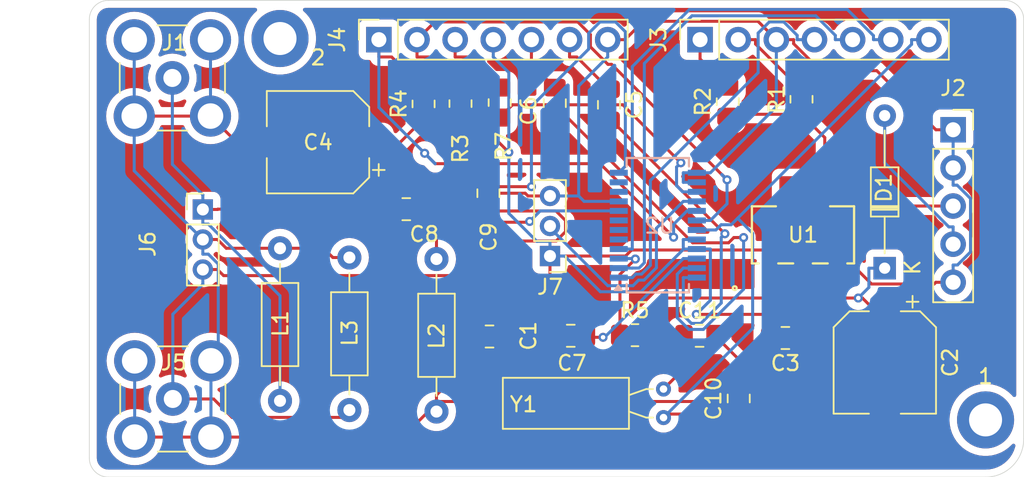
<source format=kicad_pcb>
(kicad_pcb (version 20240108) (generator "pcbnew") (generator_version "8.0")
  (layers (0 "F.Cu" signal) (31 "B.Cu" signal) (34 "B.Paste" user) (35 "F.Paste" user) (36 "B.SilkS" user "B.Silkscreen") (37 "F.SilkS" user "F.Silkscreen") (38 "B.Mask" user) (39 "F.Mask" user) (44 "Edge.Cuts" user))
  (net 0 "")
  (net 1 "Net-(D1-K)")
  (net 2 "GND")
  (net 3 "3V3R2")
  (net 4 "LOUT")
  (net 5 "Net-(U2-LOUT(DFS))")
  (net 6 "ROUT")
  (net 7 "Net-(U2-ROUT(DOUT))")
  (net 8 "Net-(U2-DBYP)")
  (net 9 "FMI")
  (net 10 "Net-(U2-FMI)")
  (net 11 "AMI")
  (net 12 "Net-(U2-AMI)")
  (net 13 "RCLK")
  (net 14 "Net-(C10-Pad2)")
  (net 15 "Net-(C11-Pad1)")
  (net 16 "9V")
  (net 17 "DOUT")
  (net 18 "SCL")
  (net 19 "DFS")
  (net 20 "SDA")
  (net 21 "GPIO2")
  (net 22 "SDA1")
  (net 23 "SCL1")
  (net 24 "RST")
  (net 25 "SEN")
  (net 26 "Net-(U2-GPO3{slash}(DCLK))")
  (net 27 "Net-(U2-~{RST})")
  (footprint "Capacitor_SMD:C_0805_2012Metric_Pad1.18x1.45mm_HandSolder" (layer "F.Cu") (at 134.9332 99.8065 180)
    (property "Reference" "C7" (at -0.0775 -1.82 0) (layer "F.SilkS"))
    (property "Value" "104")
    (pad "1" smd roundrect (at -1.0375 0 180) (size 1.175 1.45) (layers "F.Cu" "F.Paste" "F.Mask") (roundrect_rratio 0.212766) (net 8 "Net-(U2-DBYP)"))
    (pad "2" smd roundrect (at 1.0375 0 180) (size 1.175 1.45) (layers "F.Cu" "F.Paste" "F.Mask") (roundrect_rratio 0.212766) (net 3 "3V3R2"))
  )
  (footprint "Inductor_THT:L_Axial_L5.3mm_D2.2mm_P10.16mm_Horizontal_Vishay_IM-1" (layer "F.Cu") (at 125.9907 94.6965 -90)
    (property "Reference" "L2" (at 5.12 -0.01 90) (layer "F.SilkS"))
    (property "Value" "180-450uH")
    (pad "1" thru_hole circle (at 0 0 270) (size 1.6 1.6) (drill 0.8) (layers "*.Cu" "*.Mask") (net 10 "Net-(U2-FMI)"))
    (pad "2" thru_hole oval (at 10.16 0 270) (size 1.6 1.6) (drill 0.8) (layers "*.Cu" "*.Mask") (net 2 "GND"))
  )
  (footprint "Crystal:Crystal_C38-LF_D3.0mm_L8.0mm_Horizontal" (layer "F.Cu") (at 141.1107 103.3565 -90)
    (property "Reference" "Y1" (at 1.02 9.32 0) (layer "F.SilkS"))
    (property "Value" "32.768KHz")
    (pad "1" thru_hole circle (at 0 0 270) (size 1 1) (drill 0.5) (layers "*.Cu" "*.Mask") (net 15 "Net-(C11-Pad1)"))
    (pad "2" thru_hole circle (at 1.9 0 270) (size 1 1) (drill 0.5) (layers "*.Cu" "*.Mask") (net 13 "RCLK"))
  )
  (footprint "Capacitor_SMD:C_0805_2012Metric_Pad1.18x1.45mm_HandSolder" (layer "F.Cu") (at 129.4507 90.314 -90)
    (property "Reference" "C9" (at 2.9225 -0.02 90) (layer "F.SilkS"))
    (property "Value" "22pF")
    (pad "1" smd roundrect (at -1.0375 0 270) (size 1.175 1.45) (layers "F.Cu" "F.Paste" "F.Mask") (roundrect_rratio 0.212766) (net 12 "Net-(U2-AMI)"))
    (pad "2" smd roundrect (at 1.0375 0 270) (size 1.175 1.45) (layers "F.Cu" "F.Paste" "F.Mask") (roundrect_rratio 0.212766) (net 11 "AMI"))
  )
  (footprint "Capacitor_SMD:C_0805_2012Metric_Pad1.18x1.45mm_HandSolder" (layer "F.Cu") (at 129.5232 99.8565 180)
    (property "Reference" "C1" (at -2.5975 0.04 90) (layer "F.SilkS"))
    (property "Value" "104")
    (pad "1" smd roundrect (at -1.0375 0 180) (size 1.175 1.45) (layers "F.Cu" "F.Paste" "F.Mask") (roundrect_rratio 0.212766) (net 1 "Net-(D1-K)"))
    (pad "2" smd roundrect (at 1.0375 0 180) (size 1.175 1.45) (layers "F.Cu" "F.Paste" "F.Mask") (roundrect_rratio 0.212766) (net 2 "GND"))
  )
  (footprint "Capacitor_SMD:C_0805_2012Metric_Pad1.18x1.45mm_HandSolder" (layer "F.Cu") (at 133.8707 84.3165 -90)
    (property "Reference" "C6" (at 0.51 1.75 90) (layer "F.SilkS"))
    (property "Value" "104")
    (pad "1" smd roundrect (at -1.0375 0 270) (size 1.175 1.45) (layers "F.Cu" "F.Paste" "F.Mask") (roundrect_rratio 0.212766) (net 6 "ROUT"))
    (pad "2" smd roundrect (at 1.0375 0 270) (size 1.175 1.45) (layers "F.Cu" "F.Paste" "F.Mask") (roundrect_rratio 0.212766) (net 7 "Net-(U2-ROUT(DOUT))"))
  )
  (footprint "Capacitor_SMD:C_0805_2012Metric_Pad1.18x1.45mm_HandSolder" (layer "F.Cu") (at 143.5132 99.8065)
    (property "Reference" "C11" (at 0 -1.68 0) (layer "F.SilkS"))
    (property "Value" "22pF")
    (pad "1" smd roundrect (at -1.0375 0) (size 1.175 1.45) (layers "F.Cu" "F.Paste" "F.Mask") (roundrect_rratio 0.212766) (net 15 "Net-(C11-Pad1)"))
    (pad "2" smd roundrect (at 1.0375 0) (size 1.175 1.45) (layers "F.Cu" "F.Paste" "F.Mask") (roundrect_rratio 0.212766) (net 14 "Net-(C10-Pad2)"))
  )
  (footprint "Capacitor_SMD:C_0805_2012Metric_Pad1.18x1.45mm_HandSolder" (layer "F.Cu") (at 149.2282 99.9565 180)
    (property "Reference" "C3" (at 0 -1.68 0) (layer "F.SilkS"))
    (property "Value" "104")
    (pad "1" smd roundrect (at -1.0375 0 180) (size 1.175 1.45) (layers "F.Cu" "F.Paste" "F.Mask") (roundrect_rratio 0.212766) (net 3 "3V3R2"))
    (pad "2" smd roundrect (at 1.0375 0 180) (size 1.175 1.45) (layers "F.Cu" "F.Paste" "F.Mask") (roundrect_rratio 0.212766) (net 2 "GND"))
  )
  (footprint "Capacitor_SMD:C_0805_2012Metric_Pad1.18x1.45mm_HandSolder" (layer "F.Cu") (at 146.1207 103.984 90)
    (property "Reference" "C10" (at 0 -1.68 90) (layer "F.SilkS"))
    (property "Value" "22pF")
    (pad "1" smd roundrect (at -1.0375 0 90) (size 1.175 1.45) (layers "F.Cu" "F.Paste" "F.Mask") (roundrect_rratio 0.212766) (net 13 "RCLK"))
    (pad "2" smd roundrect (at 1.0375 0 90) (size 1.175 1.45) (layers "F.Cu" "F.Paste" "F.Mask") (roundrect_rratio 0.212766) (net 14 "Net-(C10-Pad2)"))
  )
  (footprint "Connector_PinSocket_2.54mm:PinSocket_1x07_P2.54mm_Vertical" (layer "F.Cu") (at 143.5463 80.0865 90)
    (property "Reference" "J3" (at 0 -2.77 90) (layer "F.SilkS"))
    (property "Value" "SPI_D")
    (pad "1" thru_hole rect (at 0 0 90) (size 1.7 1.7) (drill 1) (layers "*.Cu" "*.Mask") (net 18 "SCL"))
    (pad "2" thru_hole oval (at 0 2.54 90) (size 1.7 1.7) (drill 1) (layers "*.Cu" "*.Mask") (net 20 "SDA"))
    (pad "3" thru_hole oval (at 0 5.08 90) (size 1.7 1.7) (drill 1) (layers "*.Cu" "*.Mask") (net 2 "GND"))
    (pad "4" thru_hole oval (at 0 7.62 90) (size 1.7 1.7) (drill 1) (layers "*.Cu" "*.Mask") (net 17 "DOUT"))
    (pad "5" thru_hole oval (at 0 10.16 90) (size 1.7 1.7) (drill 1) (layers "*.Cu" "*.Mask") (net 19 "DFS"))
    (pad "6" thru_hole oval (at 0 12.7 90) (size 1.7 1.7) (drill 1) (layers "*.Cu" "*.Mask") (net 21 "GPIO2"))
    (pad "7" thru_hole oval (at 0 15.24 90) (size 1.7 1.7) (drill 1) (layers "*.Cu" "*.Mask") (net 13 "RCLK"))
  )
  (footprint "Connector_PinHeader_2.00mm:PinHeader_1x03_P2.00mm_Vertical" (layer "F.Cu") (at 133.5507 94.4965 180)
    (property "Reference" "J7" (at 0 -2.06 0) (layer "F.SilkS"))
    (property "Value" "SEN")
    (pad "1" thru_hole rect (at 0 0 180) (size 1.35 1.35) (drill 0.8) (layers "*.Cu" "*.Mask") (net 3 "3V3R2"))
    (pad "2" thru_hole oval (at 0 2 180) (size 1.35 1.35) (drill 0.8) (layers "*.Cu" "*.Mask") (net 25 "SEN"))
    (pad "3" thru_hole oval (at 0 4 180) (size 1.35 1.35) (drill 0.8) (layers "*.Cu" "*.Mask") (net 2 "GND"))
  )
  (footprint "AP2114H3_3TRG1:SOT-223_DIO" (layer "F.Cu") (at 150.4007 93.0865)
    (property "Reference" "U1" (at 0 0 0) (layer "F.SilkS"))
    (property "Value" "AP2114H-3.3TRG1")
    (pad "1" smd rect (at -2.3 3.025) (size 0.8508 1.7612) (layers "F.Cu" "F.Paste" "F.Mask") (net 2 "GND"))
    (pad "2" smd rect (at 0 3.025) (size 0.8508 1.7612) (layers "F.Cu" "F.Paste" "F.Mask"))
    (pad "3" smd rect (at 2.3 3.025) (size 0.8508 1.7612) (layers "F.Cu" "F.Paste" "F.Mask") (net 1 "Net-(D1-K)"))
    (pad "4" smd rect (at 0 -3.025) (size 3.150799 1.7612) (layers "F.Cu" "F.Paste" "F.Mask") (net 3 "3V3R2"))
  )
  (footprint "Resistor_SMD:R_0805_2012Metric_Pad1.20x1.40mm_HandSolder" (layer "F.Cu") (at 125.1307 84.3665 90)
    (property "Reference" "R4" (at 0 -1.65 90) (layer "F.SilkS"))
    (property "Value" "10K")
    (pad "1" smd roundrect (at -1 0 90) (size 1.2 1.4) (layers "F.Cu" "F.Paste" "F.Mask") (roundrect_rratio 0.208333) (net 3 "3V3R2"))
    (pad "2" smd roundrect (at 1 0 90) (size 1.2 1.4) (layers "F.Cu" "F.Paste" "F.Mask") (roundrect_rratio 0.208333) (net 23 "SCL1"))
  )
  (footprint "Inductor_THT:L_Axial_L5.3mm_D2.2mm_P10.16mm_Horizontal_Vishay_IM-1" (layer "F.Cu") (at 115.57 104.14 90)
    (property "Reference" "L1" (at 5.14 0.03 90) (layer "F.SilkS"))
    (property "Value" "180-450uH")
    (pad "1" thru_hole circle (at 0 0 90) (size 1.6 1.6) (drill 0.8) (layers "*.Cu" "*.Mask") (net 9 "FMI"))
    (pad "2" thru_hole oval (at 10.16 0 90) (size 1.6 1.6) (drill 0.8) (layers "*.Cu" "*.Mask") (net 2 "GND"))
  )
  (footprint "Resistor_SMD:R_0805_2012Metric_Pad1.20x1.40mm_HandSolder" (layer "F.Cu") (at 150.3007 84.0565 90)
    (property "Reference" "R1" (at 0 -1.65 90) (layer "F.SilkS"))
    (property "Value" "10K")
    (pad "1" smd roundrect (at -1 0 90) (size 1.2 1.4) (layers "F.Cu" "F.Paste" "F.Mask") (roundrect_rratio 0.208333) (net 3 "3V3R2"))
    (pad "2" smd roundrect (at 1 0 90) (size 1.2 1.4) (layers "F.Cu" "F.Paste" "F.Mask") (roundrect_rratio 0.208333) (net 20 "SDA"))
  )
  (footprint "Capacitor_SMD:C_0805_2012Metric_Pad1.18x1.45mm_HandSolder" (layer "F.Cu") (at 123.9807 91.3765 180)
    (property "Reference" "C8" (at -1.1925 -1.67 0) (layer "F.SilkS"))
    (property "Value" "22pF")
    (pad "1" smd roundrect (at -1.0375 0 180) (size 1.175 1.45) (layers "F.Cu" "F.Paste" "F.Mask") (roundrect_rratio 0.212766) (net 10 "Net-(U2-FMI)"))
    (pad "2" smd roundrect (at 1.0375 0 180) (size 1.175 1.45) (layers "F.Cu" "F.Paste" "F.Mask") (roundrect_rratio 0.212766) (net 9 "FMI"))
  )
  (footprint "Connector_Coaxial:SMB_Jack_Vertical" (layer "F.Cu") (at 108.4007 82.6365)
    (property "Reference" "J1" (at 0.14935 -2.3365 0) (layer "F.SilkS"))
    (property "Value" "FMI")
    (pad "1" thru_hole circle (at 0 0) (size 2.24 2.24) (drill 1.2) (layers "*.Cu" "*.Mask") (net 9 "FMI"))
    (pad "2" thru_hole circle (at -2.54 -2.54) (size 2.74 2.74) (drill 1.7) (layers "*.Cu" "*.Mask") (net 2 "GND"))
    (pad "2" thru_hole circle (at -2.54 2.54) (size 2.74 2.74) (drill 1.7) (layers "*.Cu" "*.Mask") (net 2 "GND"))
    (pad "2" thru_hole circle (at 2.54 -2.54) (size 2.74 2.74) (drill 1.7) (layers "*.Cu" "*.Mask") (net 2 "GND"))
    (pad "2" thru_hole circle (at 2.54 2.54) (size 2.74 2.74) (drill 1.7) (layers "*.Cu" "*.Mask") (net 2 "GND"))
  )
  (footprint "Resistor_SMD:R_0805_2012Metric_Pad1.20x1.40mm_HandSolder" (layer "F.Cu") (at 130.2007 84.2765 -90)
    (property "Reference" "R7" (at 2.92 -0.26 90) (layer "F.SilkS"))
    (property "Value" "10K")
    (pad "1" smd roundrect (at -1 0 270) (size 1.2 1.4) (layers "F.Cu" "F.Paste" "F.Mask") (roundrect_rratio 0.208333) (net 24 "RST"))
    (pad "2" smd roundrect (at 1 0 270) (size 1.2 1.4) (layers "F.Cu" "F.Paste" "F.Mask") (roundrect_rratio 0.208333) (net 27 "Net-(U2-~{RST})"))
  )
  (footprint "Connector_Coaxial:SMB_Jack_Vertical" (layer "F.Cu") (at 108.4307 104.0165 180)
    (property "Reference" "J5" (at -0.06935 2.4165 180) (layer "F.SilkS"))
    (property "Value" "AMI")
    (pad "1" thru_hole circle (at 0 0 180) (size 2.24 2.24) (drill 1.2) (layers "*.Cu" "*.Mask") (net 11 "AMI"))
    (pad "2" thru_hole circle (at -2.54 -2.54 180) (size 2.74 2.74) (drill 1.7) (layers "*.Cu" "*.Mask") (net 2 "GND"))
    (pad "2" thru_hole circle (at -2.54 2.54 180) (size 2.74 2.74) (drill 1.7) (layers "*.Cu" "*.Mask") (net 2 "GND"))
    (pad "2" thru_hole circle (at 2.54 -2.54 180) (size 2.74 2.74) (drill 1.7) (layers "*.Cu" "*.Mask") (net 2 "GND"))
    (pad "2" thru_hole circle (at 2.54 2.54 180) (size 2.74 2.74) (drill 1.7) (layers "*.Cu" "*.Mask") (net 2 "GND"))
  )
  (footprint "Capacitor_SMD:C_0805_2012Metric_Pad1.18x1.45mm_HandSolder" (layer "F.Cu") (at 137.4807 84.424 -90)
    (property "Reference" "C5" (at 0 -1.68 90) (layer "F.SilkS"))
    (property "Value" "104")
    (pad "1" smd roundrect (at -1.0375 0 270) (size 1.175 1.45) (layers "F.Cu" "F.Paste" "F.Mask") (roundrect_rratio 0.212766) (net 4 "LOUT"))
    (pad "2" smd roundrect (at 1.0375 0 270) (size 1.175 1.45) (layers "F.Cu" "F.Paste" "F.Mask") (roundrect_rratio 0.212766) (net 5 "Net-(U2-LOUT(DFS))"))
  )
  (footprint "Resistor_SMD:R_0805_2012Metric_Pad1.20x1.40mm_HandSolder" (layer "F.Cu") (at 127.5907 84.3465 90)
    (property "Reference" "R3" (at -3 -0.01 90) (layer "F.SilkS"))
    (property "Value" "10K")
    (pad "1" smd roundrect (at -1 0 90) (size 1.2 1.4) (layers "F.Cu" "F.Paste" "F.Mask") (roundrect_rratio 0.208333) (net 3 "3V3R2"))
    (pad "2" smd roundrect (at 1 0 90) (size 1.2 1.4) (layers "F.Cu" "F.Paste" "F.Mask") (roundrect_rratio 0.208333) (net 22 "SDA1"))
  )
  (footprint "Resistor_SMD:R_0805_2012Metric_Pad1.20x1.40mm_HandSolder" (layer "F.Cu") (at 139.2107 99.7665)
    (property "Reference" "R5" (at 0 -1.65 0) (layer "F.SilkS"))
    (property "Value" "2.2K")
    (pad "1" smd roundrect (at -1 0) (size 1.2 1.4) (layers "F.Cu" "F.Paste" "F.Mask") (roundrect_rratio 0.208333) (net 26 "Net-(U2-GPO3{slash}(DCLK))"))
    (pad "2" smd roundrect (at 1 0) (size 1.2 1.4) (layers "F.Cu" "F.Paste" "F.Mask") (roundrect_rratio 0.208333) (net 15 "Net-(C11-Pad1)"))
  )
  (footprint "Capacitor_SMD:CP_Elec_6.3x5.9" (layer "F.Cu") (at 118.1007 86.9165 180)
    (property "Reference" "C4" (at 0 -0.01 0) (layer "F.SilkS"))
    (property "Value" "100uF")
    (pad "1" smd roundrect (at -2.8 0 180) (size 3.5 1.6) (layers "F.Cu" "F.Paste" "F.Mask") (roundrect_rratio 0.15625) (net 3 "3V3R2"))
    (pad "2" smd roundrect (at 2.8 0 180) (size 3.5 1.6) (layers "F.Cu" "F.Paste" "F.Mask") (roundrect_rratio 0.15625) (net 2 "GND"))
  )
  (footprint "Connector_PinHeader_2.00mm:PinHeader_1x03_P2.00mm_Vertical" (layer "F.Cu") (at 110.4307 91.3965)
    (property "Reference" "J6" (at -3.67 2.3 90) (layer "F.SilkS"))
    (property "Value" "35 ANT")
    (pad "1" thru_hole rect (at 0 0) (size 1.35 1.35) (drill 0.8) (layers "*.Cu" "*.Mask") (net 9 "FMI"))
    (pad "2" thru_hole oval (at 0 2) (size 1.35 1.35) (drill 0.8) (layers "*.Cu" "*.Mask") (net 2 "GND"))
    (pad "3" thru_hole oval (at 0 4) (size 1.35 1.35) (drill 0.8) (layers "*.Cu" "*.Mask") (net 11 "AMI"))
  )
  (footprint "MountingHole:MountingHole_2.2mm_M2_DIN965_Pad_TopBottom" (layer "F.Cu") (at 162.56 105.41)
    (property "Reference" "1" (at 0 -2.9 0) (layer "F.SilkS"))
    (property "Value" "MountingHole_2.2mm_M2_DIN965_Pad_TopBottom")
    (pad "1" thru_hole circle (at 0 0) (size 2.6 2.6) (drill 2.2) (layers "*.Cu" "*.Mask"))
    (pad "1" connect circle (at 0 0) (size 3.8 3.8) (layers "F.Cu" "F.Mask"))
    (pad "1" connect circle (at 0 0) (size 3.8 3.8) (layers "B.Cu" "B.Mask"))
  )
  (footprint "Capacitor_SMD:CP_Elec_6.3x5.9" (layer "F.Cu") (at 155.8507 101.5865 -90)
    (property "Reference" "C2" (at 0 -4.35 90) (layer "F.SilkS"))
    (property "Value" "100uF")
    (pad "1" smd roundrect (at -2.8 0 270) (size 3.5 1.6) (layers "F.Cu" "F.Paste" "F.Mask") (roundrect_rratio 0.15625) (net 1 "Net-(D1-K)"))
    (pad "2" smd roundrect (at 2.8 0 270) (size 3.5 1.6) (layers "F.Cu" "F.Paste" "F.Mask") (roundrect_rratio 0.15625) (net 2 "GND"))
  )
  (footprint "Connector_PinSocket_2.54mm:PinSocket_1x07_P2.54mm_Vertical" (layer "F.Cu") (at 122.1541 80.0865 90)
    (property "Reference" "J4" (at 0 -2.77 90) (layer "F.SilkS"))
    (property "Value" "SPI_D")
    (pad "1" thru_hole rect (at 0 0 90) (size 1.7 1.7) (drill 1) (layers "*.Cu" "*.Mask") (net 23 "SCL1"))
    (pad "2" thru_hole oval (at 0 2.54 90) (size 1.7 1.7) (drill 1) (layers "*.Cu" "*.Mask") (net 22 "SDA1"))
    (pad "3" thru_hole oval (at 0 5.08 90) (size 1.7 1.7) (drill 1) (layers "*.Cu" "*.Mask") (net 24 "RST"))
    (pad "4" thru_hole oval (at 0 7.62 90) (size 1.7 1.7) (drill 1) (layers "*.Cu" "*.Mask") (net 3 "3V3R2"))
    (pad "5" thru_hole oval (at 0 10.16 90) (size 1.7 1.7) (drill 1) (layers "*.Cu" "*.Mask") (net 6 "ROUT"))
    (pad "6" thru_hole oval (at 0 12.7 90) (size 1.7 1.7) (drill 1) (layers "*.Cu" "*.Mask") (net 4 "LOUT"))
    (pad "7" thru_hole oval (at 0 15.24 90) (size 1.7 1.7) (drill 1) (layers "*.Cu" "*.Mask") (net 2 "GND"))
  )
  (footprint "Inductor_THT:L_Axial_L5.3mm_D2.2mm_P10.16mm_Horizontal_Vishay_IM-1" (layer "F.Cu") (at 120.1907 104.7565 90)
    (property "Reference" "L3" (at 5.13 0.02 90) (layer "F.SilkS"))
    (property "Value" "180-450uH")
    (pad "1" thru_hole circle (at 0 0 90) (size 1.6 1.6) (drill 0.8) (layers "*.Cu" "*.Mask") (net 11 "AMI"))
    (pad "2" thru_hole oval (at 10.16 0 90) (size 1.6 1.6) (drill 0.8) (layers "*.Cu" "*.Mask") (net 2 "GND"))
  )
  (footprint "Connector_PinSocket_2.54mm:PinSocket_1x05_P2.54mm_Vertical" (layer "F.Cu") (at 160.4007 86.0865)
    (property "Reference" "J2" (at 0 -2.77 0) (layer "F.SilkS"))
    (property "Value" "Conn_01x05_Pin")
    (pad "1" thru_hole rect (at 0 0) (size 1.7 1.7) (drill 1) (layers "*.Cu" "*.Mask") (net 2 "GND"))
    (pad "2" thru_hole oval (at 0 2.54) (size 1.7 1.7) (drill 1) (layers "*.Cu" "*.Mask") (net 2 "GND"))
    (pad "3" thru_hole oval (at 0 5.08) (size 1.7 1.7) (drill 1) (layers "*.Cu" "*.Mask") (net 3 "3V3R2"))
    (pad "4" thru_hole oval (at 0 7.62) (size 1.7 1.7) (drill 1) (layers "*.Cu" "*.Mask") (net 16 "9V"))
    (pad "5" thru_hole oval (at 0 10.16) (size 1.7 1.7) (drill 1) (layers "*.Cu" "*.Mask") (net 2 "GND"))
  )
  (footprint "MountingHole:MountingHole_2.2mm_M2_DIN965_Pad_TopBottom" (layer "F.Cu") (at 115.57 80.01)
    (property "Reference" "2" (at 2.54 1.27 0) (layer "F.SilkS"))
    (property "Value" "MountingHole_2.2mm_M2_DIN965_Pad_TopBottom")
    (pad "1" thru_hole circle (at 0 0) (size 2.6 2.6) (drill 2.2) (layers "*.Cu" "*.Mask"))
    (pad "1" connect circle (at 0 0) (size 3.8 3.8) (layers "F.Cu" "F.Mask"))
    (pad "1" connect circle (at 0 0) (size 3.8 3.8) (layers "B.Cu" "B.Mask"))
  )
  (footprint "Resistor_SMD:R_0805_2012Metric_Pad1.20x1.40mm_HandSolder" (layer "F.Cu") (at 145.3907 84.2165 90)
    (property "Reference" "R2" (at 0 -1.65 90) (layer "F.SilkS"))
    (property "Value" "10K")
    (pad "1" smd roundrect (at -1 0 90) (size 1.2 1.4) (layers "F.Cu" "F.Paste" "F.Mask") (roundrect_rratio 0.208333) (net 3 "3V3R2"))
    (pad "2" smd roundrect (at 1 0 90) (size 1.2 1.4) (layers "F.Cu" "F.Paste" "F.Mask") (roundrect_rratio 0.208333) (net 18 "SCL"))
  )
  (footprint "Diode_THT:D_DO-34_SOD68_P10.16mm_Horizontal" (layer "F.Cu") (at 155.8407 95.3065 90)
    (property "Reference" "D1" (at 5.35 -0.05 90) (layer "F.SilkS"))
    (property "Value" "1N5817")
    (fp_text user "K" (at 0.05 1.86 90) (layer "F.SilkS"))
    (pad "1" thru_hole rect (at 0 0 90) (size 1.5 1.5) (drill 0.75) (layers "*.Cu" "*.Mask") (net 1 "Net-(D1-K)"))
    (pad "2" thru_hole oval (at 10.16 0 90) (size 1.5 1.5) (drill 0.75) (layers "*.Cu" "*.Mask") (net 16 "9V"))
  )
  (footprint "Package_SO:SSOP-24_3.9x8.7mm_P0.635mm" (layer "B.Cu") (at 140.7307 92.444)
    (property "Reference" "U2" (at 0.12 0.04 0) (layer "B.SilkS") (effects (justify mirror)))
    (property "Value" "RECEVIER-SI4735-D60-GU_SSOP24_")
    (property "VALUE" "SI4735-D60-GU-SSOP24" (hide yes))
    (pad "1" smd rect (at -2.6 3.4925) (size 1.2 0.4) (layers "B.Cu" "B.Paste" "B.Mask") (net 17 "DOUT"))
    (pad "2" smd rect (at -2.6 2.8575) (size 1.2 0.4) (layers "B.Cu" "B.Paste" "B.Mask") (net 19 "DFS"))
    (pad "3" smd rect (at -2.6 2.2225) (size 1.2 0.4) (layers "B.Cu" "B.Paste" "B.Mask") (net 26 "Net-(U2-GPO3{slash}(DCLK))"))
    (pad "4" smd rect (at -2.6 1.5875) (size 1.2 0.4) (layers "B.Cu" "B.Paste" "B.Mask") (net 21 "GPIO2"))
    (pad "5" smd rect (at -2.6 0.9525) (size 1.2 0.4) (layers "B.Cu" "B.Paste" "B.Mask"))
    (pad "6" smd rect (at -2.6 0.3175) (size 1.2 0.4) (layers "B.Cu" "B.Paste" "B.Mask"))
    (pad "7" smd rect (at -2.6 -0.3175) (size 1.2 0.4) (layers "B.Cu" "B.Paste" "B.Mask"))
    (pad "8" smd rect (at -2.6 -0.9525) (size 1.2 0.4) (layers "B.Cu" "B.Paste" "B.Mask") (net 10 "Net-(U2-FMI)"))
    (pad "9" smd rect (at -2.6 -1.5875) (size 1.2 0.4) (layers "B.Cu" "B.Paste" "B.Mask") (net 2 "GND"))
    (pad "10" smd rect (at -2.6 -2.2225) (size 1.2 0.4) (layers "B.Cu" "B.Paste" "B.Mask"))
    (pad "11" smd rect (at -2.6 -2.8575) (size 1.2 0.4) (layers "B.Cu" "B.Paste" "B.Mask"))
    (pad "12" smd rect (at -2.6 -3.4925) (size 1.2 0.4) (layers "B.Cu" "B.Paste" "B.Mask") (net 12 "Net-(U2-AMI)"))
    (pad "13" smd rect (at 2.6 -3.4925) (size 1.2 0.4) (layers "B.Cu" "B.Paste" "B.Mask") (net 2 "GND"))
    (pad "14" smd rect (at 2.6 -2.8575) (size 1.2 0.4) (layers "B.Cu" "B.Paste" "B.Mask") (net 2 "GND"))
    (pad "15" smd rect (at 2.6 -2.2225) (size 1.2 0.4) (layers "B.Cu" "B.Paste" "B.Mask") (net 27 "Net-(U2-~{RST})"))
    (pad "16" smd rect (at 2.6 -1.5875) (size 1.2 0.4) (layers "B.Cu" "B.Paste" "B.Mask") (net 25 "SEN"))
    (pad "17" smd rect (at 2.6 -0.9525) (size 1.2 0.4) (layers "B.Cu" "B.Paste" "B.Mask") (net 23 "SCL1"))
    (pad "18" smd rect (at 2.6 -0.3175) (size 1.2 0.4) (layers "B.Cu" "B.Paste" "B.Mask") (net 22 "SDA1"))
    (pad "19" smd rect (at 2.6 0.3175) (size 1.2 0.4) (layers "B.Cu" "B.Paste" "B.Mask") (net 13 "RCLK"))
    (pad "20" smd rect (at 2.6 0.9525) (size 1.2 0.4) (layers "B.Cu" "B.Paste" "B.Mask") (net 3 "3V3R2"))
    (pad "21" smd rect (at 2.6 1.5875) (size 1.2 0.4) (layers "B.Cu" "B.Paste" "B.Mask") (net 3 "3V3R2"))
    (pad "22" smd rect (at 2.6 2.2225) (size 1.2 0.4) (layers "B.Cu" "B.Paste" "B.Mask") (net 8 "Net-(U2-DBYP)"))
    (pad "23" smd rect (at 2.6 2.8575) (size 1.2 0.4) (layers "B.Cu" "B.Paste" "B.Mask") (net 7 "Net-(U2-ROUT(DOUT))"))
    (pad "24" smd rect (at 2.6 3.4925) (size 1.2 0.4) (layers "B.Cu" "B.Paste" "B.Mask") (net 5 "Net-(U2-LOUT(DFS))"))
  )
  (gr_arc (start 163.83 77.47) (mid 164.728026 77.841974) (end 165.1 78.74) (stroke (width 0.05)) (layer "Edge.Cuts"))
  (gr_line (start 165.1 78.74) (end 165.1 106.68) (stroke (width 0.05)) (layer "Edge.Cuts"))
  (gr_line (start 104.14 77.47) (end 163.83 77.47) (stroke (width 0.05)) (layer "Edge.Cuts"))
  (gr_line (start 102.87 107.95) (end 102.87 78.74) (stroke (width 0.05)) (layer "Edge.Cuts"))
  (gr_line (start 162.56 109.22) (end 104.14 109.22) (stroke (width 0.05)) (layer "Edge.Cuts"))
  (gr_arc (start 102.87 78.74) (mid 103.241974 77.841974) (end 104.14 77.47) (stroke (width 0.05)) (layer "Edge.Cuts"))
  (gr_arc (start 165.1 106.68) (mid 164.356051 108.476051) (end 162.56 109.22) (stroke (width 0.05)) (layer "Edge.Cuts"))
  (gr_arc (start 104.14 109.22) (mid 103.241974 108.848026) (end 102.87 107.95) (stroke (width 0.05)) (layer "Edge.Cuts"))
  (segment (start 138.6798 100.893) (end 139.2107 100.3621) (width 0.2) (layer "F.Cu") (net 1))
  (segment (start 154.0836 97.2938) (end 154.358 97.2938) (width 0.2) (layer "F.Cu") (net 1))
  (segment (start 154.358 97.2938) (end 155.8507 98.7865) (width 0.2) (layer "F.Cu") (net 1))
  (segment (start 139.2107 100.3621) (end 139.2107 99.1645) (width 0.2) (layer "F.Cu") (net 1))
  (segment (start 152.7007 96.1115) (end 152.7007 97.2938) (width 0.2) (layer "F.Cu") (net 1))
  (segment (start 131.5972 100.893) (end 138.6798 100.893) (width 0.2) (layer "F.Cu") (net 1))
  (segment (start 152.7007 97.2938) (end 154.0836 97.2938) (width 0.2) (layer "F.Cu") (net 1))
  (segment (start 130.5607 99.8565) (end 131.5972 100.893) (width 0.2) (layer "F.Cu") (net 1))
  (segment (start 141.0814 97.2938) (end 152.7007 97.2938) (width 0.2) (layer "F.Cu") (net 1))
  (segment (start 139.2107 99.1645) (end 141.0814 97.2938) (width 0.2) (layer "F.Cu") (net 1))
  (via (at 154.0836 97.2938) (size 0.6) (drill 0.3) (layers "F.Cu" "B.Cu") (net 1))
  (segment (start 154.789 96.5884) (end 154.0836 97.2938) (width 0.2) (layer "B.Cu") (net 1))
  (segment (start 154.789 95.3065) (end 154.789 96.5884) (width 0.2) (layer "B.Cu") (net 1))
  (segment (start 155.8407 95.3065) (end 154.789 95.3065) (width 0.2) (layer "B.Cu") (net 1))
  (segment (start 138.5458 80.0865) (end 139.7683 78.864) (width 0.2) (layer "F.Cu") (net 2))
  (segment (start 125.9907 104.8565) (end 125.9907 104.3056) (width 0.2) (layer "F.Cu") (net 2))
  (segment (start 131.9014 90.314) (end 132.0839 90.4965) (width 0.2) (layer "F.Cu") (net 2))
  (segment (start 153.5367 94.9292) (end 154.9675 96.36) (width 0.2) (layer "F.Cu") (net 2))
  (segment (start 148.1007 94.9292) (end 153.5367 94.9292) (width 0.2) (layer "F.Cu") (net 2))
  (segment (start 148.6263 80.0865) (end 149.778 80.0865) (width 0.2) (layer "F.Cu") (net 2))
  (segment (start 160.4007 86.0865) (end 159.249 86.0865) (width 0.2) (layer "F.Cu") (net 2))
  (segment (start 115.3007 86.9165) (end 112.6807 86.9165) (width 0.2) (layer "F.Cu") (net 2))
  (segment (start 149.4501 101.2159) (end 148.1907 99.9565) (width 0.2) (layer "F.Cu") (net 2))
  (segment (start 126.0455 104.1858) (end 143.1886 104.1858) (width 0.2) (layer "F.Cu") (net 2))
  (segment (start 128.4857 101.2598) (end 125.9907 103.7548) (width 0.2) (layer "F.Cu") (net 2))
  (segment (start 110.4307 93.3965) (end 111.4074 93.3965) (width 0.2) (layer "F.Cu") (net 2))
  (segment (start 143.3904 103.984) (end 146.682 103.984) (width 0.2) (layer "F.Cu") (net 2))
  (segment (start 123.7398 106.5565) (end 110.9707 106.5565) (width 0.2) (layer "F.Cu") (net 2))
  (segment (start 105.8607 85.1765) (end 110.9407 85.1765) (width 0.2) (layer "F.Cu") (net 2))
  (segment (start 133.5507 90.4965) (end 132.574 90.4965) (width 0.2) (layer "F.Cu") (net 2))
  (segment (start 112.6807 86.9165) (end 110.9407 85.1765) (width 0.2) (layer "F.Cu") (net 2))
  (segment (start 143.1886 104.1858) (end 143.3904 103.984) (width 0.2) (layer "F.Cu") (net 2))
  (segment (start 118.6982 90.314) (end 131.9014 90.314) (width 0.2) (layer "F.Cu") (net 2))
  (segment (start 128.4857 99.8565) (end 128.4857 101.2598) (width 0.2) (layer "F.Cu") (net 2))
  (segment (start 110.9707 106.5565) (end 105.8907 106.5565) (width 0.2) (layer "F.Cu") (net 2))
  (segment (start 149.778 80.355) (end 149.778 80.0865) (width 0.2) (layer "F.Cu") (net 2))
  (segment (start 147.4038 78.864) (end 148.6263 80.0865) (width 0.2) (layer "F.Cu") (net 2))
  (segment (start 159.249 86.0865) (end 155.3163 82.1538) (width 0.2) (layer "F.Cu") (net 2))
  (segment (start 146.682 103.984) (end 149.4501 101.2159) (width 0.2) (layer "F.Cu") (net 2))
  (segment (start 132.0839 90.4965) (end 132.574 90.4965) (width 0.2) (layer "F.Cu") (net 2))
  (segment (start 120.1907 94.5965) (end 119.089 94.5965) (width 0.2) (layer "F.Cu") (net 2))
  (segment (start 154.9675 96.36) (end 159.1355 96.36) (width 0.2) (layer "F.Cu") (net 2))
  (segment (start 118.4725 93.98) (end 115.57 93.98) (width 0.2) (layer "F.Cu") (net 2))
  (segment (start 125.9907 104.131) (end 126.0455 104.1858) (width 0.2) (layer "F.Cu") (net 2))
  (segment (start 159.1355 96.36) (end 159.249 96.2465) (width 0.2) (layer "F.Cu") (net 2))
  (segment (start 125.9907 104.131) (end 125.9907 103.7548) (width 0.2) (layer "F.Cu") (net 2))
  (segment (start 152.6207 104.3865) (end 149.4501 101.2159) (width 0.2) (layer "F.Cu") (net 2))
  (segment (start 137.3941 80.0865) (end 138.5458 80.0865) (width 0.2) (layer "F.Cu") (net 2))
  (segment (start 125.9907 104.3056) (end 123.7398 106.5565) (width 0.2) (layer "F.Cu") (net 2))
  (segment (start 115.3007 86.9165) (end 118.6982 90.314) (width 0.2) (layer "F.Cu") (net 2))
  (segment (start 125.9907 104.3056) (end 125.9907 104.131) (width 0.2) (layer "F.Cu") (net 2))
  (segment (start 115.57 93.98) (end 111.9909 93.98) (width 0.2) (layer "F.Cu") (net 2))
  (segment (start 111.9909 93.98) (end 111.4074 93.3965) (width 0.2) (layer "F.Cu") (net 2))
  (segment (start 148.1007 96.1115) (end 148.1007 94.9292) (width 0.2) (layer "F.Cu") (net 2))
  (segment (start 155.8507 104.3865) (end 152.6207 104.3865) (width 0.2) (layer "F.Cu") (net 2))
  (segment (start 139.7683 78.864) (end 147.4038 78.864) (width 0.2) (layer "F.Cu") (net 2))
  (segment (start 155.3163 82.1538) (end 151.5768 82.1538) (width 0.2) (layer "F.Cu") (net 2))
  (segment (start 151.5768 82.1538) (end 149.778 80.355) (width 0.2) (layer "F.Cu") (net 2))
  (segment (start 160.4007 96.2465) (end 159.249 96.2465) (width 0.2) (layer "F.Cu") (net 2))
  (segment (start 119.089 94.5965) (end 118.4725 93.98) (width 0.2) (layer "F.Cu") (net 2))
  (segment (start 143.3307 88.9515) (end 142.429 88.9515) (width 0.2) (layer "B.Cu") (net 2))
  (segment (start 160.6886 95.0948) (end 161.5588 94.2246) (width 0.2) (layer "B.Cu") (net 2))
  (segment (start 110.9707 101.4765) (end 110.9707 106.5565) (width 0.2) (layer "B.Cu") (net 2))
  (segment (start 135.4616 83.1707) (end 137.3941 81.2382) (width 0.2) (layer "B.Cu") (net 2))
  (segment (start 148.6263 84.5576) (end 148.6263 80.0865) (width 0.2) (layer "B.Cu") (net 2))
  (segment (start 134.5274 90.4965) (end 135.4616 90.4965) (width 0.2) (layer "B.Cu") (net 2))
  (segment (start 144.2324 88.9515) (end 148.6263 84.5576) (width 0.2) (layer "B.Cu") (net 2))
  (segment (start 110.4307 93.3965) (end 105.8607 88.8265) (width 0.2) (layer "B.Cu") (net 2))
  (segment (start 160.4007 88.6265) (end 160.4007 89.7782) (width 0.2) (layer "B.Cu") (net 2))
  (segment (start 160.4007 95.0948) (end 160.6886 95.0948) (width 0.2) (layer "B.Cu") (net 2))
  (segment (start 110.4307 94.3732) (end 110.797 94.3732) (width 0.2) (layer "B.Cu") (net 2))
  (segment (start 135.4616 90.4965) (end 135.4616 83.1707) (width 0.2) (layer "B.Cu") (net 2))
  (segment (start 160.4007 96.2465) (end 160.4007 95.0948) (width 0.2) (layer "B.Cu") (net 2))
  (segment (start 138.1307 90.8565) (end 135.8216 90.8565) (width 0.2) (layer "B.Cu") (net 2))
  (segment (start 111.4583 100.9889) (end 110.9707 101.4765) (width 0.2) (layer "B.Cu") (net 2))
  (segment (start 105.8607 80.0965) (end 105.8607 85.1765) (width 0.2) (layer "B.Cu") (net 2))
  (segment (start 143.3307 88.9515) (end 144.2324 88.9515) (width 0.2) (layer "B.Cu") (net 2))
  (segment (start 160.6692 89.7782) (end 160.4007 89.7782) (width 0.2) (layer "B.Cu") (net 2))
  (segment (start 111.4583 95.0345) (end 111.4583 100.9889) (width 0.2) (layer "B.Cu") (net 2))
  (segment (start 143.3307 89.5865) (end 142.429 89.5865) (width 0.2) (layer "B.Cu") (net 2))
  (segment (start 110.797 94.3732) (end 111.4583 95.0345) (width 0.2) (layer "B.Cu") (net 2))
  (segment (start 135.8216 90.8565) (end 135.4616 90.4965) (width 0.2) (layer "B.Cu") (net 2))
  (segment (start 105.8907 101.4765) (end 105.8907 106.5565) (width 0.2) (layer "B.Cu") (net 2))
  (segment (start 133.5507 90.4965) (end 134.5274 90.4965) (width 0.2) (layer "B.Cu") (net 2))
  (segment (start 161.5588 90.6678) (end 160.6692 89.7782) (width 0.2) (layer "B.Cu") (net 2))
  (segment (start 142.429 89.5865) (end 142.429 88.9515) (width 0.2) (layer "B.Cu") (net 2))
  (segment (start 161.5588 94.2246) (end 161.5588 90.6678) (width 0.2) (layer "B.Cu") (net 2))
  (segment (start 160.4007 86.0865) (end 160.4007 88.6265) (width 0.2) (layer "B.Cu") (net 2))
  (segment (start 137.3941 80.0865) (end 137.3941 81.2382) (width 0.2) (layer "B.Cu") (net 2))
  (segment (start 110.9407 85.1765) (end 110.9407 80.0965) (width 0.2) (layer "B.Cu") (net 2))
  (segment (start 110.4307 93.3965) (end 110.4307 94.3732) (width 0.2) (layer "B.Cu") (net 2))
  (segment (start 105.8607 88.8265) (end 105.8607 85.1765) (width 0.2) (layer "B.Cu") (net 2))
  (segment (start 150.3007 85.0565) (end 145.5507 85.0565) (width 0.2) (layer "F.Cu") (net 3))
  (segment (start 148.2443 94.095) (end 152.2778 90.0615) (width 0.2) (layer "F.Cu") (net 3))
  (segment (start 134.5274 94.4965) (end 138.5828 94.4965) (width 0.2) (layer "F.Cu") (net 3))
  (segment (start 133.5507 99.4615) (end 133.5507 94.4965) (width 0.2) (layer "F.Cu") (net 3))
  (segment (start 128.5652 85.3465) (end 127.5907 85.3465) (width 0.2) (layer "F.Cu") (net 3))
  (segment (start 123.5807 86.9165) (end 120.9007 86.9165) (width 0.2) (layer "F.Cu") (net 3))
  (segment (start 145.5507 85.0565) (end 145.3907 85.2165) (width 0.2) (layer "F.Cu") (net 3))
  (segment (start 151.8507 90.0615) (end 152.2778 90.0615) (width 0.2) (layer "F.Cu") (net 3))
  (segment (start 153.3828 91.1665) (end 152.2778 90.0615) (width 0.2) (layer "F.Cu") (net 3))
  (segment (start 125.1307 85.3665) (end 123.5807 86.9165) (width 0.2) (layer "F.Cu") (net 3))
  (segment (start 160.4007 91.1665) (end 153.3828 91.1665) (width 0.2) (layer "F.Cu") (net 3))
  (segment (start 133.8957 99.8065) (end 133.5507 99.4615) (width 0.2) (layer "F.Cu") (net 3))
  (segment (start 133.5507 94.4965) (end 134.5274 94.4965) (width 0.2) (layer "F.Cu") (net 3))
  (segment (start 150.4007 90.0615) (end 151.8507 90.0615) (width 0.2) (layer "F.Cu") (net 3))
  (segment (start 127.5707 85.3665) (end 127.5907 85.3465) (width 0.2) (layer "F.Cu") (net 3))
  (segment (start 138.5828 94.4965) (end 138.5828 94.4964) (width 0.2) (layer "F.Cu") (net 3))
  (segment (start 130.8084 87.5897) (end 128.5652 85.3465) (width 0.2) (layer "F.Cu") (net 3))
  (segment (start 125.1307 85.3665) (end 127.5707 85.3665) (width 0.2) (layer "F.Cu") (net 3))
  (segment (start 138.9842 94.095) (end 148.2443 94.095) (width 0.2) (layer "F.Cu") (net 3))
  (segment (start 138.5828 94.4964) (end 138.9842 94.095) (width 0.2) (layer "F.Cu") (net 3))
  (segment (start 148.6906 98.3814) (end 150.2657 99.9565) (width 0.2) (layer "F.Cu") (net 3))
  (segment (start 151.8507 90.0615) (end 151.8507 86.6065) (width 0.2) (layer "F.Cu") (net 3))
  (segment (start 143.2949 98.3814) (end 148.6906 98.3814) (width 0.2) (layer "F.Cu") (net 3))
  (segment (start 151.8507 86.6065) (end 150.3007 85.0565) (width 0.2) (layer "F.Cu") (net 3))
  (via (at 143.2949 98.3814) (size 0.6) (drill 0.3) (layers "F.Cu" "B.Cu") (net 3))
  (via (at 130.8084 87.5897) (size 0.6) (drill 0.3) (layers "F.Cu" "B.Cu") (net 3))
  (segment (start 143.3307 93.3965) (end 142.429 93.3965) (width 0.2) (layer "B.Cu") (net 3))
  (segment (start 144.2324 97.4439) (end 143.2949 98.3814) (width 0.2) (layer "B.Cu") (net 3))
  (segment (start 143.3307 94.0315) (end 144.2324 94.0315) (width 0.2) (layer "B.Cu") (net 3))
  (segment (start 136.9063 96.8754) (end 139.6095 96.8754) (width 0.2) (layer "B.Cu") (net 3))
  (segment (start 144.2324 94.0315) (end 144.2324 97.4439) (width 0.2) (layer "B.Cu") (net 3))
  (segment (start 130.8084 82.2725) (end 129.7741 81.2382) (width 0.2) (layer "B.Cu") (net 3))
  (segment (start 132.6752 93.5198) (end 133.5507 93.5198) (width 0.2) (layer "B.Cu") (net 3))
  (segment (start 133.5507 94.4965) (end 134.5274 94.4965) (width 0.2) (layer "B.Cu") (net 3))
  (segment (start 143.2632 94.0315) (end 143.3307 94.0315) (width 0.2) (layer "B.Cu") (net 3))
  (segment (start 143.2632 94.0315) (end 142.429 94.0315) (width 0.2) (layer "B.Cu") (net 3))
  (segment (start 134.5274 94.4965) (end 136.9063 96.8754) (width 0.2) (layer "B.Cu") (net 3))
  (segment (start 142.429 94.0559) (end 142.429 94.0315) (width 0.2) (layer "B.Cu") (net 3))
  (segment (start 130.8084 87.5897) (end 130.8084 91.653) (width 0.2) (layer "B.Cu") (net 3))
  (segment (start 129.7741 80.0865) (end 129.7741 81.2382) (width 0.2) (layer "B.Cu") (net 3))
  (segment (start 130.8084 91.653) (end 132.6752 93.5198) (width 0.2) (layer "B.Cu") (net 3))
  (segment (start 133.5507 94.4965) (end 133.5507 93.5198) (width 0.2) (layer "B.Cu") (net 3))
  (segment (start 142.429 94.0315) (end 142.429 93.3965) (width 0.2) (layer "B.Cu") (net 3))
  (segment (start 139.6095 96.8754) (end 142.429 94.0559) (width 0.2) (layer "B.Cu") (net 3))
  (segment (start 130.8084 87.5897) (end 130.8084 82.2725) (width 0.2) (layer "B.Cu") (net 3))
  (segment (start 134.8541 81.2382) (end 135.3324 81.2382) (width 0.2) (layer "F.Cu") (net 4))
  (segment (start 135.3324 81.2382) (end 137.4807 83.3865) (width 0.2) (layer "F.Cu") (net 4))
  (segment (start 134.8541 80.0865) (end 134.8541 81.2382) (width 0.2) (layer "F.Cu") (net 4))
  (segment (start 137.6457 85.4615) (end 137.4807 85.4615) (width 0.2) (layer "F.Cu") (net 5))
  (segment (start 145.1977 93.0135) (end 137.6457 85.4615) (width 0.2) (layer "F.Cu") (net 5))
  (via (at 145.1977 93.0135) (size 0.6) (drill 0.3) (layers "F.Cu" "B.Cu") (net 5))
  (segment (start 142.9676 98.9832) (end 143.5991 98.9832) (width 0.2) (layer "B.Cu") (net 5))
  (segment (start 143.5991 98.9832) (end 144.9566 97.6257) (width 0.2) (layer "B.Cu") (net 5))
  (segment (start 142.429 98.4446) (end 142.9676 98.9832) (width 0.2) (layer "B.Cu") (net 5))
  (segment (start 144.9566 97.6257) (end 144.9566 93.2546) (width 0.2) (layer "B.Cu") (net 5))
  (segment (start 142.429 95.9365) (end 142.429 98.4446) (width 0.2) (layer "B.Cu") (net 5))
  (segment (start 143.3307 95.9365) (end 142.429 95.9365) (width 0.2) (layer "B.Cu") (net 5))
  (segment (start 144.9566 93.2546) (end 145.1977 93.0135) (width 0.2) (layer "B.Cu") (net 5))
  (segment (start 132.3141 81.7224) (end 132.3141 80.0865) (width 0.2) (layer "F.Cu") (net 6))
  (segment (start 133.8707 83.279) (end 132.3141 81.7224) (width 0.2) (layer "F.Cu") (net 6))
  (segment (start 145.7965 93.2656) (end 145.4469 93.6152) (width 0.2) (layer "F.Cu") (net 7))
  (segment (start 143.0529 93.6152) (end 134.7917 85.354) (width 0.2) (layer "F.Cu") (net 7))
  (segment (start 134.7917 85.354) (end 133.8707 85.354) (width 0.2) (layer "F.Cu") (net 7))
  (segment (start 145.4469 93.6152) (end 143.0529 93.6152) (width 0.2) (layer "F.Cu") (net 7))
  (segment (start 146.4462 93.2656) (end 145.7965 93.2656) (width 0.2) (layer "F.Cu") (net 7))
  (segment (start 145.7965 93.2656) (end 146.4462 93.2656) (width 0.2) (layer "F.Cu") (net 7))
  (segment (start 145.7965 93.2656) (end 146.4462 93.2656) (width 0.2) (layer "F.Cu") (net 7))
  (via (at 146.4462 93.2656) (size 0.6) (drill 0.3) (layers "F.Cu" "B.Cu") (net 7))
  (segment (start 143.7654 99.3849) (end 146.4462 96.7041) (width 0.2) (layer "B.Cu") (net 7))
  (segment (start 142.8013 99.3849) (end 143.7654 99.3849) (width 0.2) (layer "B.Cu") (net 7))
  (segment (start 146.4462 96.7041) (end 146.4462 93.2656) (width 0.2) (layer "B.Cu") (net 7))
  (segment (start 142.0273 98.6109) (end 142.8013 99.3849) (width 0.2) (layer "B.Cu") (net 7))
  (segment (start 142.0273 95.7032) (end 142.0273 98.6109) (width 0.2) (layer "B.Cu") (net 7))
  (segment (start 142.429 95.3015) (end 142.0273 95.7032) (width 0.2) (layer "B.Cu") (net 7))
  (segment (start 143.3307 95.3015) (end 142.429 95.3015) (width 0.2) (layer "B.Cu") (net 7))
  (segment (start 137.0845 99.9094) (end 136.0736 99.9094) (width 0.2) (layer "F.Cu") (net 8))
  (segment (start 136.0736 99.9094) (end 135.9707 99.8065) (width 0.2) (layer "F.Cu") (net 8))
  (via (at 137.0845 99.9094) (size 0.6) (drill 0.3) (layers "F.Cu" "B.Cu") (net 8))
  (segment (start 143.3307 94.6665) (end 142.429 94.6665) (width 0.2) (layer "B.Cu") (net 8))
  (segment (start 142.429 94.6665) (end 137.1861 99.9094) (width 0.2) (layer "B.Cu") (net 8))
  (segment (start 137.1861 99.9094) (end 137.0845 99.9094) (width 0.2) (layer "B.Cu") (net 8))
  (segment (start 122.9432 91.3765) (end 111.4274 91.3765) (width 0.2) (layer "F.Cu") (net 9))
  (segment (start 111.4274 91.3765) (end 111.4074 91.3965) (width 0.2) (layer "F.Cu") (net 9))
  (segment (start 110.4307 91.3965) (end 111.4074 91.3965) (width 0.2) (layer "F.Cu") (net 9))
  (segment (start 110.4307 91.3965) (end 110.4307 92.3732) (width 0.2) (layer "B.Cu") (net 9))
  (segment (start 110.4307 91.3965) (end 110.4307 90.4198) (width 0.2) (layer "B.Cu") (net 9))
  (segment (start 110.797 92.3732) (end 110.4307 92.3732) (width 0.2) (layer "B.Cu") (net 9))
  (segment (start 108.4007 88.3898) (end 110.4307 90.4198) (width 0.2) (layer "B.Cu") (net 9))
  (segment (start 115.57 97.1462) (end 110.797 92.3732) (width 0.2) (layer "B.Cu") (net 9))
  (segment (start 115.57 104.14) (end 115.57 97.1462) (width 0.2) (layer "B.Cu") (net 9))
  (segment (start 108.4007 82.6365) (end 108.4007 88.3898) (width 0.2) (layer "B.Cu") (net 9))
  (segment (start 125.9907 94.6965) (end 125.9907 92.2458) (width 0.2) (layer "F.Cu") (net 10))
  (segment (start 132.1456 92.2458) (end 125.9907 92.2458) (width 0.2) (layer "F.Cu") (net 10))
  (segment (start 125.8875 92.2458) (end 125.0182 91.3765) (width 0.2) (layer "F.Cu") (net 10))
  (segment (start 125.9907 92.2458) (end 125.8875 92.2458) (width 0.2) (layer "F.Cu") (net 10))
  (segment (start 132.1988 92.1926) (end 132.1456 92.2458) (width 0.2) (layer "F.Cu") (net 10))
  (via (at 132.1988 92.1926) (size 0.6) (drill 0.3) (layers "F.Cu" "B.Cu") (net 10))
  (segment (start 138.1307 91.4915) (end 132.8999 91.4915) (width 0.2) (layer "B.Cu") (net 10))
  (segment (start 132.8999 91.4915) (end 132.1988 92.1926) (width 0.2) (layer "B.Cu") (net 10))
  (segment (start 129.4507 91.3515) (end 129.5957 91.4965) (width 0.2) (layer "F.Cu") (net 11))
  (segment (start 134.5835 92.8753) (end 133.9623 93.4965) (width 0.2) (layer "F.Cu") (net 11))
  (segment (start 120.1907 104.7565) (end 119.7033 105.2439) (width 0.2) (layer "F.Cu") (net 11))
  (segment (start 112.3762 105.2439) (end 111.1488 104.0165) (width 0.2) (layer "F.Cu") (net 11))
  (segment (start 110.4307 95.3965) (end 111.4074 95.3965) (width 0.2) (layer "F.Cu") (net 11))
  (segment (start 111.812 95.8011) (end 111.4074 95.3965) (width 0.2) (layer "F.Cu") (net 11))
  (segment (start 129.5957 91.4965) (end 133.9501 91.4965) (width 0.2) (layer "F.Cu") (net 11))
  (segment (start 128.7236 95.8011) (end 111.812 95.8011) (width 0.2) (layer "F.Cu") (net 11))
  (segment (start 134.5835 92.1299) (end 134.5835 92.8753) (width 0.2) (layer "F.Cu") (net 11))
  (segment (start 111.1488 104.0165) (end 108.4307 104.0165) (width 0.2) (layer "F.Cu") (net 11))
  (segment (start 133.9623 93.4965) (end 131.0282 93.4965) (width 0.2) (layer "F.Cu") (net 11))
  (segment (start 133.9501 91.4965) (end 134.5835 92.1299) (width 0.2) (layer "F.Cu") (net 11))
  (segment (start 119.7033 105.2439) (end 112.3762 105.2439) (width 0.2) (layer "F.Cu") (net 11))
  (segment (start 131.0282 93.4965) (end 128.7236 95.8011) (width 0.2) (layer "F.Cu") (net 11))
  (segment (start 108.4307 104.0165) (end 108.4307 98.3732) (width 0.2) (layer "B.Cu") (net 11))
  (segment (start 108.4307 98.3732) (end 110.4307 96.3732) (width 0.2) (layer "B.Cu") (net 11))
  (segment (start 110.4307 95.3965) (end 110.4307 96.3732) (width 0.2) (layer "B.Cu") (net 11))
  (segment (start 130.0503 89.8761) (end 132.3143 89.8761) (width 0.2) (layer "F.Cu") (net 12))
  (segment (start 129.4507 89.2765) (end 130.0503 89.8761) (width 0.2) (layer "F.Cu") (net 12))
  (via (at 132.3143 89.8761) (size 0.6) (drill 0.3) (layers "F.Cu" "B.Cu") (net 12))
  (segment (start 132.3143 84.5263) (end 136.1241 80.7165) (width 0.2) (layer "B.Cu") (net 12))
  (segment (start 136.1241 80.7165) (end 136.1241 79.6632) (width 0.2) (layer "B.Cu") (net 12))
  (segment (start 138.5695 79.5602) (end 138.5695 88.5127) (width 0.2) (layer "B.Cu") (net 12))
  (segment (start 132.3143 89.8761) (end 132.3143 84.5263) (width 0.2) (layer "B.Cu") (net 12))
  (segment (start 137.9161 78.9068) (end 138.5695 79.5602) (width 0.2) (layer "B.Cu") (net 12))
  (segment (start 138.5695 88.5127) (end 138.1307 88.9515) (width 0.2) (layer "B.Cu") (net 12))
  (segment (start 136.8805 78.9068) (end 137.9161 78.9068) (width 0.2) (layer "B.Cu") (net 12))
  (segment (start 136.1241 79.6632) (end 136.8805 78.9068) (width 0.2) (layer "B.Cu") (net 12))
  (segment (start 146.1207 105.0215) (end 141.3457 105.0215) (width 0.2) (layer "F.Cu") (net 13))
  (segment (start 141.3457 105.0215) (end 141.1107 105.2565) (width 0.2) (layer "F.Cu") (net 13))
  (segment (start 158.7863 80.0865) (end 157.6346 80.0865) (width 0.2) (layer "B.Cu") (net 13))
  (segment (start 157.6346 80.3953) (end 146.049 91.9809) (width 0.2) (layer "B.Cu") (net 13))
  (segment (start 146.049 91.9809) (end 145.6181 92.4118) (width 0.2) (layer "B.Cu") (net 13))
  (segment (start 147.048 92.98) (end 147.048 99.3192) (width 0.2) (layer "B.Cu") (net 13))
  (segment (start 157.6346 80.0865) (end 157.6346 80.3953) (width 0.2) (layer "B.Cu") (net 13))
  (segment (start 145.6181 92.4118) (end 144.9486 92.4118) (width 0.2) (layer "B.Cu") (net 13))
  (segment (start 147.048 99.3192) (end 141.1107 105.2565) (width 0.2) (layer "B.Cu") (net 13))
  (segment (start 143.3307 92.7615) (end 144.2324 92.7615) (width 0.2) (layer "B.Cu") (net 13))
  (segment (start 144.9486 92.4118) (end 144.5989 92.7615) (width 0.2) (layer "B.Cu") (net 13))
  (segment (start 144.5989 92.7615) (end 144.2324 92.7615) (width 0.2) (layer "B.Cu") (net 13))
  (segment (start 146.049 91.9809) (end 147.048 92.98) (width 0.2) (layer "B.Cu") (net 13))
  (segment (start 146.1207 101.3765) (end 146.1207 102.9465) (width 0.2) (layer "F.Cu") (net 14))
  (segment (start 144.5507 99.8065) (end 146.1207 101.3765) (width 0.2) (layer "F.Cu") (net 14))
  (segment (start 142.4757 101.9915) (end 141.1107 103.3565) (width 0.2) (layer "F.Cu") (net 15))
  (segment (start 142.4757 99.8065) (end 142.4757 101.9915) (width 0.2) (layer "F.Cu") (net 15))
  (segment (start 140.2107 99.7665) (end 142.4357 99.7665) (width 0.2) (layer "F.Cu") (net 15))
  (segment (start 142.4357 99.7665) (end 142.4757 99.8065) (width 0.2) (layer "F.Cu") (net 15))
  (segment (start 155.8407 88.2827) (end 155.8407 85.1465) (width 0.2) (layer "B.Cu") (net 16))
  (segment (start 160.4007 92.5548) (end 160.1128 92.5548) (width 0.2) (layer "B.Cu") (net 16))
  (segment (start 160.4007 93.7065) (end 160.4007 92.5548) (width 0.2) (layer "B.Cu") (net 16))
  (segment (start 160.1128 92.5548) (end 155.8407 88.2827) (width 0.2) (layer "B.Cu") (net 16))
  (segment (start 148.1578 78.9037) (end 147.4148 79.6467) (width 0.2) (layer "B.Cu") (net 17))
  (segment (start 138.1307 95.9365) (end 139.0324 95.9365) (width 0.2) (layer "B.Cu") (net 17))
  (segment (start 147.4148 79.6467) (end 147.4148 82.2838) (width 0.2) (layer "B.Cu") (net 17))
  (segment (start 147.4148 82.2838) (end 140.2367 89.4619) (width 0.2) (layer "B.Cu") (net 17))
  (segment (start 150.0146 80.0865) (end 150.0146 79.7986) (width 0.2) (layer "B.Cu") (net 17))
  (segment (start 149.1197 78.9037) (end 148.1578 78.9037) (width 0.2) (layer "B.Cu") (net 17))
  (segment (start 151.1663 80.0865) (end 150.0146 80.0865) (width 0.2) (layer "B.Cu") (net 17))
  (segment (start 140.2367 95.1122) (end 139.6488 95.7001) (width 0.2) (layer "B.Cu") (net 17))
  (segment (start 139.6488 95.7001) (end 139.2688 95.7001) (width 0.2) (layer "B.Cu") (net 17))
  (segment (start 150.0146 79.7986) (end 149.1197 78.9037) (width 0.2) (layer "B.Cu") (net 17))
  (segment (start 140.2367 89.4619) (end 140.2367 95.1122) (width 0.2) (layer "B.Cu") (net 17))
  (segment (start 139.2688 95.7001) (end 139.0324 95.9365) (width 0.2) (layer "B.Cu") (net 17))
  (segment (start 143.5463 80.0865) (end 143.5463 81.3721) (width 0.2) (layer "F.Cu") (net 18))
  (segment (start 143.5463 81.3721) (end 145.3907 83.2165) (width 0.2) (layer "F.Cu") (net 18))
  (segment (start 152.5546 79.8005) (end 151.2505 78.4964) (width 0.2) (layer "B.Cu") (net 19))
  (segment (start 139.835 81.6695) (end 139.835 94.9459) (width 0.2) (layer "B.Cu") (net 19))
  (segment (start 139.835 94.9459) (end 139.4825 95.2984) (width 0.2) (layer "B.Cu") (net 19))
  (segment (start 138.1307 95.3015) (end 139.0324 95.3015) (width 0.2) (layer "B.Cu") (net 19))
  (segment (start 151.2505 78.4964) (end 143.0081 78.4964) (width 0.2) (layer "B.Cu") (net 19))
  (segment (start 139.0355 95.2984) (end 139.0324 95.3015) (width 0.2) (layer "B.Cu") (net 19))
  (segment (start 152.5546 80.0865) (end 152.5546 79.8005) (width 0.2) (layer "B.Cu") (net 19))
  (segment (start 143.0081 78.4964) (end 139.835 81.6695) (width 0.2) (layer "B.Cu") (net 19))
  (segment (start 153.7063 80.0865) (end 152.5546 80.0865) (width 0.2) (layer "B.Cu") (net 19))
  (segment (start 139.4825 95.2984) (end 139.0355 95.2984) (width 0.2) (layer "B.Cu") (net 19))
  (segment (start 146.0863 80.0865) (end 147.238 80.0865) (width 0.2) (layer "F.Cu") (net 20))
  (segment (start 149.9201 83.0565) (end 150.3007 83.0565) (width 0.2) (layer "F.Cu") (net 20))
  (segment (start 147.238 80.3744) (end 149.9201 83.0565) (width 0.2) (layer "F.Cu") (net 20))
  (segment (start 147.238 80.0865) (end 147.238 80.3744) (width 0.2) (layer "F.Cu") (net 20))
  (segment (start 138.1307 94.0315) (end 139.0324 94.0315) (width 0.2) (layer "B.Cu") (net 21))
  (segment (start 139.0324 81.8813) (end 142.8367 78.077) (width 0.2) (layer "B.Cu") (net 21))
  (segment (start 153.3536 78.077) (end 155.0946 79.818) (width 0.2) (layer "B.Cu") (net 21))
  (segment (start 142.8367 78.077) (end 153.3536 78.077) (width 0.2) (layer "B.Cu") (net 21))
  (segment (start 156.2463 80.0865) (end 155.0946 80.0865) (width 0.2) (layer "B.Cu") (net 21))
  (segment (start 155.0946 79.818) (end 155.0946 80.0865) (width 0.2) (layer "B.Cu") (net 21))
  (segment (start 139.0324 94.0315) (end 139.0324 81.8813) (width 0.2) (layer "B.Cu") (net 21))
  (segment (start 125.8739 78.9067) (end 124.6941 80.0865) (width 0.2) (layer "F.Cu") (net 22))
  (segment (start 145.3426 89.4195) (end 137.6538 81.7307) (width 0.2) (layer "F.Cu") (net 22))
  (segment (start 136.2424 80.5636) (end 136.2424 79.7491) (width 0.2) (layer "F.Cu") (net 22))
  (segment (start 124.6941 80.0865) (end 124.6941 81.2382) (width 0.2) (layer "F.Cu") (net 22))
  (segment (start 125.4824 81.2382) (end 127.5907 83.3465) (width 0.2) (layer "F.Cu") (net 22))
  (segment (start 137.4095 81.7307) (end 136.2424 80.5636) (width 0.2) (layer "F.Cu") (net 22))
  (segment (start 124.6941 81.2382) (end 125.4824 81.2382) (width 0.2) (layer "F.Cu") (net 22))
  (segment (start 136.2424 79.7491) (end 135.4 78.9067) (width 0.2) (layer "F.Cu") (net 22))
  (segment (start 144.9954 89.0723) (end 145.3426 89.4195) (width 0.2) (layer "F.Cu") (net 22))
  (segment (start 135.4 78.9067) (end 125.8739 78.9067) (width 0.2) (layer "F.Cu") (net 22))
  (segment (start 137.6538 81.7307) (end 137.4095 81.7307) (width 0.2) (layer "F.Cu") (net 22))
  (segment (start 145.3426 89.4195) (end 144.9954 89.0723) (width 0.2) (layer "F.Cu") (net 22))
  (via (at 145.3426 89.4195) (size 0.6) (drill 0.3) (layers "F.Cu" "B.Cu") (net 22))
  (segment (start 144.9954 89.0723) (end 145.3426 89.4195) (width 0.2) (layer "B.Cu") (net 22))
  (segment (start 144.2324 92.1265) (end 143.3307 92.1265) (width 0.2) (layer "B.Cu") (net 22))
  (segment (start 145.3426 91.0163) (end 144.2324 92.1265) (width 0.2) (layer "B.Cu") (net 22))
  (segment (start 145.3426 89.4195) (end 145.3426 91.0163) (width 0.2) (layer "B.Cu") (net 22))
  (segment (start 145.3426 89.4195) (end 144.9954 89.0723) (width 0.2) (layer "B.Cu") (net 22))
  (segment (start 123.0024 81.2382) (end 125.1307 83.3665) (width 0.2) (layer "F.Cu") (net 23))
  (segment (start 141.7838 93.2428) (end 136.8869 88.3459) (width 0.2) (layer "F.Cu") (net 23))
  (segment (start 125.898 88.3459) (end 125.2043 87.6522) (width 0.2) (layer "F.Cu") (net 23))
  (segment (start 122.1541 80.0865) (end 122.1541 81.2382) (width 0.2) (layer "F.Cu") (net 23))
  (segment (start 122.1541 81.2382) (end 123.0024 81.2382) (width 0.2) (layer "F.Cu") (net 23))
  (segment (start 136.8869 88.3459) (end 125.898 88.3459) (width 0.2) (layer "F.Cu") (net 23))
  (via (at 141.7838 93.2428) (size 0.6) (drill 0.3) (layers "F.Cu" "B.Cu") (net 23))
  (via (at 125.2043 87.6522) (size 0.6) (drill 0.3) (layers "F.Cu" "B.Cu") (net 23))
  (segment (start 142.6749 91.4915) (end 143.3307 91.4915) (width 0.2) (layer "B.Cu") (net 23))
  (segment (start 125.898 88.3459) (end 125.2043 87.6522) (width 0.2) (layer "B.Cu") (net 23))
  (segment (start 141.7838 93.2428) (end 141.5132 92.9722) (width 0.2) (layer "B.Cu") (net 23))
  (segment (start 125.2043 87.6522) (end 125.898 88.3459) (width 0.2) (layer "B.Cu") (net 23))
  (segment (start 141.7838 92.3826) (end 142.6749 91.4915) (width 0.2) (layer "B.Cu") (net 23))
  (segment (start 141.7838 93.2428) (end 141.7838 92.3826) (width 0.2) (layer "B.Cu") (net 23))
  (segment (start 122.1541 84.602) (end 125.2043 87.6522) (width 0.2) (layer "B.Cu") (net 23))
  (segment (start 141.5132 92.9722) (end 141.7838 93.2428) (width 0.2) (layer "B.Cu") (net 23))
  (segment (start 122.1541 80.0865) (end 122.1541 84.602) (width 0.2) (layer "B.Cu") (net 23))
  (segment (start 127.2341 81.2382) (end 128.1624 81.2382) (width 0.2) (layer "F.Cu") (net 24))
  (segment (start 128.1624 81.2382) (end 130.2007 83.2765) (width 0.2) (layer "F.Cu") (net 24))
  (segment (start 127.2341 80.0865) (end 127.2341 81.2382) (width 0.2) (layer "F.Cu") (net 24))
  (segment (start 140.6384 95.2785) (end 139.8151 96.1018) (width 0.2) (layer "B.Cu") (net 25))
  (segment (start 142.429 90.8565) (end 140.6384 92.6471) (width 0.2) (layer "B.Cu") (net 25))
  (segment (start 143.3307 90.8565) (end 142.429 90.8565) (width 0.2) (layer "B.Cu") (net 25))
  (segment (start 139.8151 96.1018) (end 139.4503 96.1018) (width 0.2) (layer "B.Cu") (net 25))
  (segment (start 137.4 96.4737) (end 133.5507 92.6244) (width 0.2) (layer "B.Cu") (net 25))
  (segment (start 139.0784 96.4737) (end 137.4 96.4737) (width 0.2) (layer "B.Cu") (net 25))
  (segment (start 139.4503 96.1018) (end 139.0784 96.4737) (width 0.2) (layer "B.Cu") (net 25))
  (segment (start 140.6384 92.6471) (end 140.6384 95.2785) (width 0.2) (layer "B.Cu") (net 25))
  (segment (start 133.5507 92.6244) (end 133.5507 92.4965) (width 0.2) (layer "B.Cu") (net 25))
  (segment (start 138.2107 99.7665) (end 138.2107 95.7193) (width 0.2) (layer "F.Cu") (net 26))
  (segment (start 138.2107 95.7193) (end 139.2333 94.6967) (width 0.2) (layer "F.Cu") (net 26))
  (via (at 139.2333 94.6967) (size 0.6) (drill 0.3) (layers "F.Cu" "B.Cu") (net 26))
  (segment (start 139.0626 94.6967) (end 139.0324 94.6665) (width 0.2) (layer "B.Cu") (net 26))
  (segment (start 138.1307 94.6665) (end 139.0324 94.6665) (width 0.2) (layer "B.Cu") (net 26))
  (segment (start 139.2333 94.6967) (end 139.0626 94.6967) (width 0.2) (layer "B.Cu") (net 26))
  (segment (start 131.0535 84.4237) (end 138.4029 84.4237) (width 0.2) (layer "F.Cu") (net 27))
  (segment (start 130.2007 85.2765) (end 131.0535 84.4237) (width 0.2) (layer "F.Cu") (net 27))
  (segment (start 138.4029 84.4237) (end 142.2643 88.2851) (width 0.2) (layer "F.Cu") (net 27))
  (via (at 142.2643 88.2851) (size 0.6) (drill 0.3) (layers "F.Cu" "B.Cu") (net 27))
  (segment (start 141.9806 88.5688) (end 141.9806 89.814) (width 0.2) (layer "B.Cu") (net 27))
  (segment (start 141.9806 89.814) (end 142.3881 90.2215) (width 0.2) (layer "B.Cu") (net 27))
  (segment (start 142.3881 90.2215) (end 143.3307 90.2215) (width 0.2) (layer "B.Cu") (net 27))
  (segment (start 142.2643 88.2851) (end 141.9806 88.5688) (width 0.2) (layer "B.Cu") (net 27))
  (zone (net 0) (net_name "") (layers "F&B.Cu") (connect_pads (clearance 0.5)) (min_thickness 0.25) (fill yes (thermal_gap 0.5) (thermal_bridge_width 0.5) (island_removal_mode 1) (island_area_min 10))
    (polygon (pts (xy 102.87 77.47) (xy 165.1 77.47) (xy 165.1 109.22) (xy 102.87 109.22)))
  )
)
</source>
